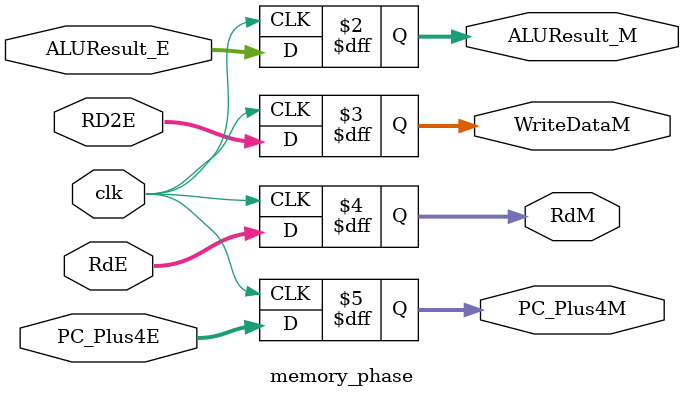
<source format=sv>
module memory_phase (
    input clk,
    input logic  [31:0] ALUResult_E,
    input logic  [31:0] RD2E,//writeDataE
    input logic  [4:0]  RdE,
    input logic  [31:0] PC_Plus4E,
    output logic  [31:0] ALUResult_M,
    output logic  [31:0] WriteDataM,
    output logic  [4:0]  RdM,
    output logic  [31:0] PC_Plus4M
);
   always_ff @(posedge clk)
      begin
            ALUResult_M<=ALUResult_E;
            WriteDataM<=RD2E;//writeDataE
            RdM<=RdE;
            PC_Plus4M<=PC_Plus4E;
      end
endmodule

</source>
